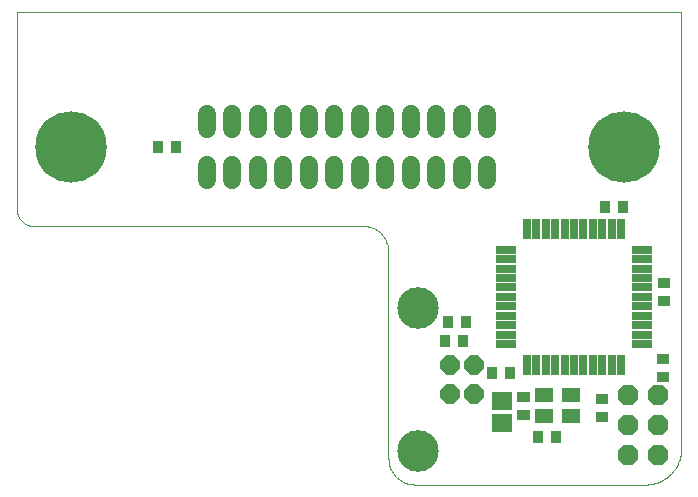
<source format=gbs>
G75*
%MOIN*%
%OFA0B0*%
%FSLAX24Y24*%
%IPPOS*%
%LPD*%
%AMOC8*
5,1,8,0,0,1.08239X$1,22.5*
%
%ADD10C,0.0039*%
%ADD11C,0.0600*%
%ADD12C,0.2380*%
%ADD13OC8,0.0680*%
%ADD14R,0.0356X0.0434*%
%ADD15R,0.0434X0.0356*%
%ADD16R,0.0671X0.0592*%
%ADD17R,0.0671X0.0316*%
%ADD18R,0.0316X0.0671*%
%ADD19OC8,0.0654*%
%ADD20C,0.1386*%
%ADD21R,0.0592X0.0513*%
D10*
X011639Y008800D02*
X011696Y008798D01*
X011753Y008793D01*
X011810Y008783D01*
X011865Y008770D01*
X011920Y008754D01*
X011974Y008733D01*
X012026Y008710D01*
X012077Y008683D01*
X012125Y008653D01*
X012172Y008619D01*
X012216Y008583D01*
X012258Y008544D01*
X012297Y008502D01*
X012333Y008458D01*
X012367Y008411D01*
X012397Y008363D01*
X012424Y008312D01*
X012447Y008260D01*
X012468Y008206D01*
X012484Y008151D01*
X012497Y008096D01*
X012507Y008039D01*
X012512Y007982D01*
X012514Y007925D01*
X012514Y001050D01*
X012516Y000993D01*
X012521Y000936D01*
X012531Y000879D01*
X012544Y000824D01*
X012560Y000769D01*
X012581Y000715D01*
X012604Y000663D01*
X012631Y000613D01*
X012661Y000564D01*
X012695Y000517D01*
X012731Y000473D01*
X012770Y000431D01*
X012812Y000392D01*
X012856Y000356D01*
X012903Y000322D01*
X012952Y000292D01*
X013002Y000265D01*
X013054Y000242D01*
X013108Y000221D01*
X013163Y000205D01*
X013218Y000192D01*
X013275Y000182D01*
X013332Y000177D01*
X013389Y000175D01*
X021014Y000175D01*
X022264Y001300D02*
X022264Y015925D01*
X000139Y015925D01*
X000139Y009300D01*
X000141Y009256D01*
X000147Y009213D01*
X000156Y009171D01*
X000169Y009129D01*
X000186Y009089D01*
X000206Y009050D01*
X000229Y009013D01*
X000256Y008979D01*
X000285Y008946D01*
X000318Y008917D01*
X000352Y008890D01*
X000389Y008867D01*
X000428Y008847D01*
X000468Y008830D01*
X000510Y008817D01*
X000552Y008808D01*
X000595Y008802D01*
X000639Y008800D01*
X011639Y008800D01*
X021015Y000176D02*
X021081Y000174D01*
X021148Y000176D01*
X021214Y000182D01*
X021280Y000192D01*
X021346Y000205D01*
X021410Y000222D01*
X021474Y000242D01*
X021536Y000266D01*
X021597Y000294D01*
X021656Y000324D01*
X021713Y000358D01*
X021768Y000396D01*
X021822Y000436D01*
X021872Y000479D01*
X021921Y000525D01*
X021966Y000574D01*
X022009Y000625D01*
X022049Y000678D01*
X022086Y000734D01*
X022120Y000792D01*
X022150Y000851D01*
X022177Y000912D01*
X022201Y000974D01*
X022221Y001038D01*
X022237Y001103D01*
X022250Y001168D01*
X022259Y001234D01*
X022264Y001301D01*
D11*
X015814Y010315D02*
X015814Y010835D01*
X014964Y010835D02*
X014964Y010315D01*
X014114Y010315D02*
X014114Y010835D01*
X013264Y010835D02*
X013264Y010315D01*
X012414Y010315D02*
X012414Y010835D01*
X011564Y010835D02*
X011564Y010315D01*
X010714Y010315D02*
X010714Y010835D01*
X009864Y010835D02*
X009864Y010315D01*
X009014Y010315D02*
X009014Y010835D01*
X008164Y010835D02*
X008164Y010315D01*
X007314Y010315D02*
X007314Y010835D01*
X006464Y010835D02*
X006464Y010315D01*
X006464Y012015D02*
X006464Y012535D01*
X007314Y012535D02*
X007314Y012015D01*
X008164Y012015D02*
X008164Y012535D01*
X009014Y012535D02*
X009014Y012015D01*
X009864Y012015D02*
X009864Y012535D01*
X010714Y012535D02*
X010714Y012015D01*
X011564Y012015D02*
X011564Y012535D01*
X012414Y012535D02*
X012414Y012015D01*
X013264Y012015D02*
X013264Y012535D01*
X014114Y012535D02*
X014114Y012015D01*
X014964Y012015D02*
X014964Y012535D01*
X015814Y012535D02*
X015814Y012015D01*
D12*
X020349Y011425D03*
X001929Y011425D03*
D13*
X020514Y003175D03*
X021514Y003175D03*
X021514Y002175D03*
X020514Y002175D03*
X020514Y001175D03*
X021514Y001175D03*
D14*
X018090Y001766D03*
X017490Y001766D03*
G36*
X016790Y002314D02*
X016789Y002669D01*
X017222Y002672D01*
X017223Y002317D01*
X016790Y002314D01*
G37*
G36*
X016786Y002914D02*
X016785Y003269D01*
X017218Y003272D01*
X017219Y002917D01*
X016786Y002914D01*
G37*
X016578Y003905D03*
X015978Y003905D03*
X014987Y004976D03*
X014387Y004976D03*
X014492Y005580D03*
X015092Y005580D03*
X019721Y009431D03*
X020321Y009431D03*
X005439Y011425D03*
X004839Y011425D03*
D15*
X019623Y003017D03*
X019623Y002417D03*
X021658Y003766D03*
X021658Y004366D03*
X021685Y006277D03*
X021685Y006877D03*
D16*
X016314Y002976D03*
X016314Y002228D03*
D17*
X016434Y004854D03*
X016434Y005169D03*
X016434Y005484D03*
X016434Y005799D03*
X016434Y006114D03*
X016434Y006429D03*
X016434Y006744D03*
X016434Y007059D03*
X016434Y007374D03*
X016434Y007689D03*
X016434Y008003D03*
X020962Y008003D03*
X020962Y007689D03*
X020962Y007374D03*
X020962Y007059D03*
X020962Y006744D03*
X020962Y006429D03*
X020962Y006114D03*
X020962Y005799D03*
X020962Y005484D03*
X020962Y005169D03*
X020962Y004854D03*
D18*
X020273Y004165D03*
X019958Y004165D03*
X019643Y004165D03*
X019328Y004165D03*
X019013Y004165D03*
X018698Y004165D03*
X018383Y004165D03*
X018068Y004165D03*
X017753Y004165D03*
X017438Y004165D03*
X017123Y004165D03*
X017123Y008692D03*
X017438Y008692D03*
X017753Y008692D03*
X018068Y008692D03*
X018383Y008692D03*
X018698Y008692D03*
X019013Y008692D03*
X019328Y008692D03*
X019643Y008692D03*
X019958Y008692D03*
X020273Y008692D03*
D19*
X015369Y004167D03*
X014581Y004167D03*
X014581Y003183D03*
X015369Y003183D03*
D20*
X013514Y001305D03*
X013514Y006045D03*
D21*
X017687Y003154D03*
X017687Y002446D03*
X018592Y002446D03*
X018592Y003154D03*
M02*

</source>
